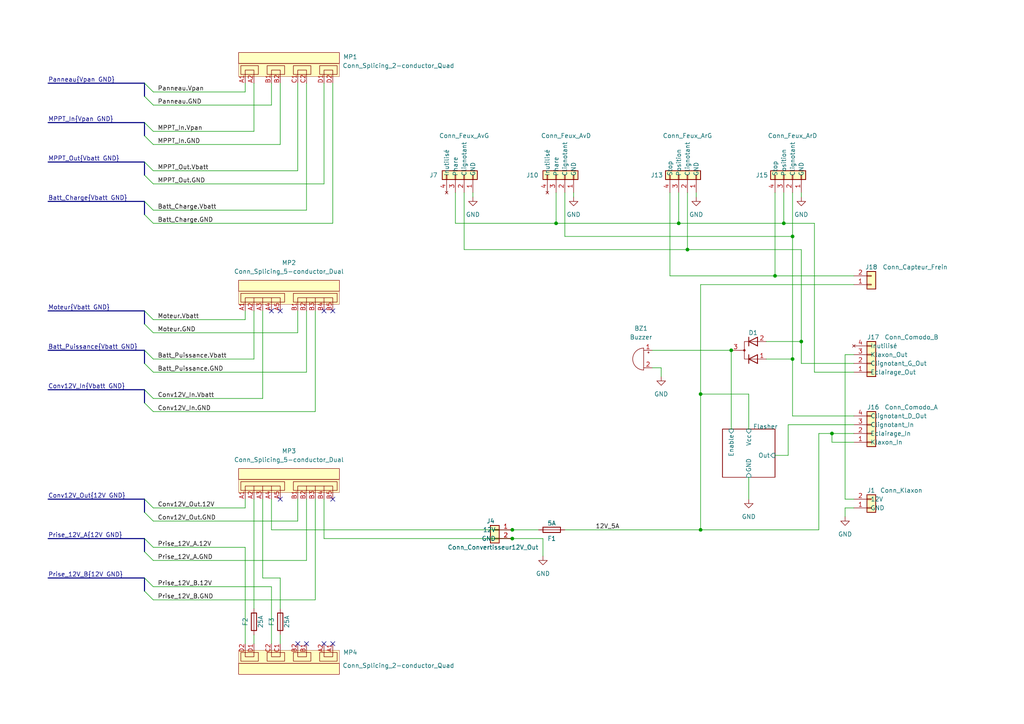
<source format=kicad_sch>
(kicad_sch (version 20211123) (generator eeschema)
  (paper "A4")
  (title_block (title "Boitier électrique vhéliotech") (date "2025-01-08") (company "Vélo solaire pour tous") (comment 1 "Licence CERN-OHL-S version 2"))
  (lib_symbols
    (symbol "Connector_Generic:Conn_01x02" (pin_names (offset 1.016) hide)
      (property "Reference" "J" (at 0 2.54 0))
      (property "Value" "Conn_01x02" (at 0 -5.08 0))
      (symbol "Conn_01x02_1_1"
        (rectangle (start -1.27 -2.413) (end 0 -2.667) (stroke (width 0.1524)))
        (rectangle (start -1.27 0.127) (end 0 -0.127) (stroke (width 0.1524)))
        (rectangle (start -1.27 1.27) (end 1.27 -3.81) (stroke (width 0.254)) (fill (type background)))
        (pin passive line (at -5.08 0 0) (length 3.81) (name "Pin_1") (number "1"))
        (pin passive line (at -5.08 -2.54 0) (length 3.81) (name "Pin_2") (number "2"))
      )
    )
    (symbol "Device:Buzzer" (pin_names (offset 0.0254) hide)
      (property "Reference" "BZ" (at 3.81 1.27 0))
      (property "Value" "Buzzer" (at 3.81 -1.27 0))
      (symbol "Buzzer_0_1"
        (arc (start 0 -3.175) (mid 3.175 0) (end 0 3.175))
        (polyline (pts (xy -1.651 1.905) (xy -1.143 1.905)))
        (polyline (pts (xy -1.397 2.159) (xy -1.397 1.651)))
        (polyline (pts (xy 0 3.175) (xy 0 -3.175)))
      )
      (symbol "Buzzer_1_1"
        (pin passive line (at -2.54 2.54 0) (length 2.54) (name "-") (number "1"))
        (pin passive line (at -2.54 -2.54 0) (length 2.54) (name "+") (number "2"))
      )
    )
    (symbol "Device:D_Dual_CommonCathode_AAK_Parallel" (pin_names (offset 0.762) hide)
      (property "Reference" "D" (at 0 5.08 0))
      (property "Value" "D_Dual_CommonCathode_AAK_Parallel" (at 0 -5.08 0))
      (symbol "D_Dual_CommonCathode_AAK_Parallel_0_0"
        (polyline (pts (xy 0 -1.27) (xy 0 -3.81)) (stroke (width 0.254)))
        (polyline (pts (xy 0 1.27) (xy 0 3.81)) (stroke (width 0.254)))
      )
      (symbol "D_Dual_CommonCathode_AAK_Parallel_0_1"
        (polyline (pts (xy 1.27 0) (xy 2.54 0)))
        (polyline (pts (xy -2.54 -2.54) (xy 1.27 -2.54) (xy 1.27 2.54) (xy -2.54 2.54)))
        (polyline (pts (xy -2.54 -1.27) (xy 0 -2.54) (xy -2.54 -3.81) (xy -2.54 -1.27) (xy -2.54 -1.27) (xy -2.54 -1.27)) (stroke (width 0.254)))
        (polyline (pts (xy -2.54 3.81) (xy 0 2.54) (xy -2.54 1.27) (xy -2.54 3.81) (xy -2.54 3.81) (xy -2.54 3.81)) (stroke (width 0.254)))
        (circle (center 1.27 0) (radius 0.254) (fill (type outline)))
        (pin passive line (at -5.08 2.54 0) (length 2.54) (name "K") (number "1"))
        (pin passive line (at -5.08 -2.54 0) (length 2.54) (name "K") (number "2"))
        (pin passive line (at 5.08 0 180) (length 2.54) (name "A") (number "3"))
      )
    )
    (symbol "circuit:Conn_Comodo_A" (pin_names (offset 1.016))
      (property "Reference" "J" (at 0 5.08 0))
      (property "Value" "Conn_Comodo_A" (at 0 -7.62 0))
      (symbol "Conn_Comodo_A_1_1"
        (rectangle (start -1.27 -4.953) (end 0 -5.207) (stroke (width 0.1524)))
        (rectangle (start -1.27 -2.413) (end 0 -2.667) (stroke (width 0.1524)))
        (rectangle (start -1.27 0.127) (end 0 -0.127) (stroke (width 0.1524)))
        (rectangle (start -1.27 2.667) (end 0 2.413) (stroke (width 0.1524)))
        (rectangle (start -1.27 3.81) (end 1.27 -6.35) (stroke (width 0.254)) (fill (type background)))
        (pin passive line (at -5.08 2.54 0) (length 3.81) (name "Klaxon_In") (number "1"))
        (pin passive line (at -5.08 0 0) (length 3.81) (name "Eclairage_In") (number "2"))
        (pin passive line (at -5.08 -2.54 0) (length 3.81) (name "Clignotant_In") (number "3"))
        (pin passive line (at -5.08 -5.08 0) (length 3.81) (name "Clignotant_D_Out") (number "4"))
      )
    )
    (symbol "circuit:Conn_Comodo_B" (pin_names (offset 1.016))
      (property "Reference" "J" (at 0 5.08 0))
      (property "Value" "Conn_Comodo_B" (at 0 -7.62 0))
      (symbol "Conn_Comodo_B_1_1"
        (rectangle (start -1.27 -4.953) (end 0 -5.207) (stroke (width 0.1524)))
        (rectangle (start -1.27 -2.413) (end 0 -2.667) (stroke (width 0.1524)))
        (rectangle (start -1.27 0.127) (end 0 -0.127) (stroke (width 0.1524)))
        (rectangle (start -1.27 2.667) (end 0 2.413) (stroke (width 0.1524)))
        (rectangle (start -1.27 3.81) (end 1.27 -6.35) (stroke (width 0.254)) (fill (type background)))
        (pin passive line (at -5.08 2.54 0) (length 3.81) (name "Eclairage_Out") (number "1"))
        (pin passive line (at -5.08 0 0) (length 3.81) (name "Clignotant_G_Out") (number "2"))
        (pin passive line (at -5.08 -2.54 0) (length 3.81) (name "Klaxon_Out") (number "3"))
        (pin no_connect line (at -5.08 -5.08 0) (length 3.81) (name "Inutilisé") (number "4"))
      )
    )
    (symbol "circuit:Conn_Convertisseur12V_Out" (pin_names (offset 1.016))
      (property "Reference" "J" (at 0 2.54 0))
      (property "Value" "Conn_Convertisseur12V_Out" (at 0 -5.08 0))
      (symbol "Conn_Convertisseur12V_Out_1_1"
        (rectangle (start -1.27 -2.413) (end 0 -2.667) (stroke (width 0.1524)))
        (rectangle (start -1.27 0.127) (end 0 -0.127) (stroke (width 0.1524)))
        (rectangle (start -1.27 1.27) (end 1.27 -3.81) (stroke (width 0.254)) (fill (type background)))
        (pin power_out line (at -5.08 0 0) (length 3.81) (name "12V") (number "1"))
        (pin power_out line (at -5.08 -2.54 0) (length 3.81) (name "GND") (number "2"))
      )
    )
    (symbol "circuit:Conn_Feux_Arriere" (pin_names (offset 1.016))
      (property "Reference" "J" (at 0 5.08 0))
      (property "Value" "Conn_Feux_Arriere" (at 0 -7.62 0))
      (symbol "Conn_Feux_Arriere_1_1"
        (rectangle (start -1.27 -4.953) (end 0 -5.207) (stroke (width 0.1524)))
        (rectangle (start -1.27 -2.413) (end 0 -2.667) (stroke (width 0.1524)))
        (rectangle (start -1.27 0.127) (end 0 -0.127) (stroke (width 0.1524)))
        (rectangle (start -1.27 2.667) (end 0 2.413) (stroke (width 0.1524)))
        (rectangle (start -1.27 3.81) (end 1.27 -6.35) (stroke (width 0.254)) (fill (type background)))
        (pin power_in line (at -5.08 2.54 0) (length 3.81) (name "GND") (number "1"))
        (pin passive line (at -5.08 0 0) (length 3.81) (name "Clignotant") (number "2"))
        (pin passive line (at -5.08 -2.54 0) (length 3.81) (name "Position") (number "3"))
        (pin passive line (at -5.08 -5.08 0) (length 3.81) (name "Stop") (number "4"))
      )
    )
    (symbol "circuit:Conn_Feux_Avant" (pin_names (offset 1.016))
      (property "Reference" "J" (at 0 5.08 0))
      (property "Value" "Conn_Feux_Avant" (at 0 -7.62 0))
      (symbol "Conn_Feux_Avant_1_1"
        (rectangle (start -1.27 -4.953) (end 0 -5.207) (stroke (width 0.1524)))
        (rectangle (start -1.27 -2.413) (end 0 -2.667) (stroke (width 0.1524)))
        (rectangle (start -1.27 0.127) (end 0 -0.127) (stroke (width 0.1524)))
        (rectangle (start -1.27 2.667) (end 0 2.413) (stroke (width 0.1524)))
        (rectangle (start -1.27 3.81) (end 1.27 -6.35) (stroke (width 0.254)) (fill (type background)))
        (pin power_in line (at -5.08 2.54 0) (length 3.81) (name "GND") (number "1"))
        (pin passive line (at -5.08 0 0) (length 3.81) (name "Clignotant") (number "2"))
        (pin passive line (at -5.08 -2.54 0) (length 3.81) (name "Phare") (number "3"))
        (pin no_connect line (at -5.08 -5.08 0) (length 3.81) (name "Inutilisé") (number "4"))
      )
    )
    (symbol "circuit:Conn_Klaxon" (pin_names (offset 1.016))
      (property "Reference" "J" (at 0 2.54 0))
      (property "Value" "Conn_Klaxon" (at 0 -5.08 0))
      (symbol "Conn_Klaxon_1_1"
        (rectangle (start -1.27 -2.413) (end 0 -2.667) (stroke (width 0.1524)))
        (rectangle (start -1.27 0.127) (end 0 -0.127) (stroke (width 0.1524)))
        (rectangle (start -1.27 1.27) (end 1.27 -3.81) (stroke (width 0.254)) (fill (type background)))
        (pin power_in line (at -5.08 0 0) (length 3.81) (name "GND") (number "1"))
        (pin passive line (at -5.08 -2.54 0) (length 3.81) (name "12V") (number "2"))
      )
    )
    (symbol "circuit:Conn_Splicing_2-conductor_Quad"
      (property "Reference" "MP" (at 0.635 11.43 0))
      (property "Value" "Conn_Splicing_2-conductor_Quad" (at 1.27 -21.59 0))
      (symbol "Conn_Splicing_2-conductor_Quad_0_1"
        (rectangle (start -3.175 9.525) (end 0.635 -19.685) (stroke (width 0.01)) (fill (type background)))
        (rectangle (start -2.54 -13.97) (end 0 -19.05))
        (rectangle (start -2.54 -6.35) (end 0 -11.43))
        (rectangle (start -2.54 1.27) (end 0 -3.81))
        (rectangle (start -2.54 8.89) (end 0 3.81))
        (polyline (pts (xy -2.54 -15.24) (xy -1.27 -15.24) (xy -1.27 -17.78) (xy -2.54 -17.78)))
        (polyline (pts (xy -2.54 -7.62) (xy -1.27 -7.62) (xy -1.27 -10.16) (xy -2.54 -10.16)))
        (polyline (pts (xy -2.54 0) (xy -1.27 0) (xy -1.27 -2.54) (xy -2.54 -2.54)))
        (polyline (pts (xy -2.54 7.62) (xy -1.27 7.62) (xy -1.27 5.08) (xy -2.54 5.08)))
        (rectangle (start 0.635 9.525) (end 3.81 -19.685) (fill (type background)))
      )
      (symbol "Conn_Splicing_2-conductor_Quad_1_1"
        (pin passive line (at -5.08 7.62 0) (length 2.54) (name "") (number "A1"))
        (pin passive line (at -5.08 5.08 0) (length 2.54) (name "") (number "A2"))
        (pin passive line (at -5.08 0 0) (length 2.54) (name "") (number "B1"))
        (pin passive line (at -5.08 -2.54 0) (length 2.54) (name "") (number "B2"))
        (pin passive line (at -5.08 -7.62 0) (length 2.54) (name "") (number "C1"))
        (pin passive line (at -5.08 -10.16 0) (length 2.54) (name "") (number "C2"))
        (pin passive line (at -5.08 -15.24 0) (length 2.54) (name "") (number "D1"))
        (pin passive line (at -5.08 -17.78 0) (length 2.54) (name "") (number "D2"))
      )
    )
    (symbol "circuit:Conn_Splicing_5-conductor_Dual"
      (property "Reference" "MP" (at 0.635 11.43 0))
      (property "Value" "Conn_Splicing_5-conductor_Dual" (at 1.27 -21.59 0))
      (symbol "Conn_Splicing_5-conductor_Dual_0_1"
        (rectangle (start -3.175 9.525) (end 0.635 -19.685) (stroke (width 0.01)) (fill (type background)))
        (rectangle (start -2.54 -6.35) (end 0 -19.05))
        (rectangle (start -2.54 8.89) (end 0 -3.81))
        (polyline (pts (xy -1.27 -15.24) (xy -2.54 -15.24)))
        (polyline (pts (xy -1.27 -12.7) (xy -2.54 -12.7)))
        (polyline (pts (xy -1.27 -10.16) (xy -2.54 -10.16)))
        (polyline (pts (xy -1.27 0) (xy -2.54 0)))
        (polyline (pts (xy -1.27 2.54) (xy -2.54 2.54)))
        (polyline (pts (xy -1.27 5.08) (xy -2.54 5.08)))
        (polyline (pts (xy -2.54 -7.62) (xy -1.27 -7.62) (xy -1.27 -17.78) (xy -2.54 -17.78)))
        (polyline (pts (xy -2.54 7.62) (xy -1.27 7.62) (xy -1.27 -2.54) (xy -2.54 -2.54)))
        (rectangle (start 0.635 9.525) (end 3.81 -19.685) (fill (type background)))
      )
      (symbol "Conn_Splicing_5-conductor_Dual_1_1"
        (pin passive line (at -5.08 7.62 0) (length 2.54) (name "") (number "A1"))
        (pin passive line (at -5.08 5.08 0) (length 2.54) (name "") (number "A2"))
        (pin passive line (at -5.08 2.54 0) (length 2.54) (name "") (number "A3"))
        (pin passive line (at -5.08 0 0) (length 2.54) (name "") (number "A4"))
        (pin passive line (at -5.08 -2.54 0) (length 2.54) (name "") (number "A5"))
        (pin passive line (at -5.08 -7.62 0) (length 2.54) (name "") (number "B1"))
        (pin passive line (at -5.08 -10.16 0) (length 2.54) (name "") (number "B2"))
        (pin passive line (at -5.08 -12.7 0) (length 2.54) (name "") (number "B3"))
        (pin passive line (at -5.08 -15.24 0) (length 2.54) (name "") (number "B4"))
        (pin passive line (at -5.08 -17.78 0) (length 2.54) (name "") (number "B5"))
      )
    )
    (symbol "circuit:Fuse" (pin_numbers hide) (pin_names (offset 0))
      (property "Reference" "F" (at 2.032 0 90))
      (property "Value" "Fuse" (at -1.905 0 90))
      (symbol "Fuse_0_1"
        (rectangle (start -0.762 -2.54) (end 0.762 2.54) (stroke (width 0.254)))
        (polyline (pts (xy 0 2.54) (xy 0 -2.54)))
      )
      (symbol "Fuse_1_1"
        (pin passive line (at 0 3.81 270) (length 1.27) (name "~") (number "1"))
        (pin passive line (at 0 -3.81 90) (length 1.27) (name "~") (number "2"))
      )
    )
    (symbol "power:GND" (power) (pin_names (offset 0))
      (property "Value" "GND" (at 0 -3.81 0))
      (symbol "GND_0_1"
        (polyline (pts (xy 0 0) (xy 0 -1.27) (xy 1.27 -1.27) (xy 0 -2.54) (xy -1.27 -1.27) (xy 0 -1.27)))
      )
      (symbol "GND_1_1"
        (pin power_in line (at 0 0 270) (length 0) hide (name "GND") (number "1"))
      )
    )
  )
  (junction (at 148.59 156.21))
  (junction (at 199.39 72.39))
  (junction (at 161.29 64.77))
  (junction (at 196.85 64.77))
  (junction (at 224.79 80.01))
  (junction (at 241.3 125.73))
  (junction (at 229.87 104.14))
  (junction (at 212.09 101.6))
  (junction (at 203.2 114.3))
  (junction (at 227.33 64.77))
  (junction (at 229.87 68.58))
  (junction (at 203.2 153.67))
  (junction (at 148.59 153.67))
  (junction (at 232.41 99.06))
  (no_connect (at 96.52 186.69))
  (no_connect (at 93.98 90.17))
  (no_connect (at 96.52 144.78))
  (no_connect (at 96.52 90.17))
  (no_connect (at 78.74 90.17))
  (no_connect (at 88.9 186.69))
  (no_connect (at 93.98 186.69))
  (no_connect (at 86.36 186.69))
  (no_connect (at 81.28 144.78))
  (no_connect (at 81.28 90.17))
  (bus_entry (at 41.91 35.56) (size 2.54 2.54))
  (bus_entry (at 41.91 105.41) (size 2.54 2.54))
  (bus_entry (at 41.91 144.78) (size 2.54 2.54))
  (bus_entry (at 41.91 58.42) (size 2.54 2.54))
  (bus_entry (at 41.91 116.84) (size 2.54 2.54))
  (bus_entry (at 41.91 62.23) (size 2.54 2.54))
  (bus_entry (at 41.91 24.13) (size 2.54 2.54))
  (bus_entry (at 41.91 50.8) (size 2.54 2.54))
  (bus_entry (at 41.91 167.64) (size 2.54 2.54))
  (bus_entry (at 41.91 46.99) (size 2.54 2.54))
  (bus_entry (at 41.91 156.21) (size 2.54 2.54))
  (bus_entry (at 41.91 93.98) (size 2.54 2.54))
  (bus_entry (at 41.91 113.03) (size 2.54 2.54))
  (bus_entry (at 41.91 171.45) (size 2.54 2.54))
  (bus_entry (at 41.91 90.17) (size 2.54 2.54))
  (bus_entry (at 41.91 148.59) (size 2.54 2.54))
  (bus_entry (at 41.91 27.94) (size 2.54 2.54))
  (bus_entry (at 41.91 160.02) (size 2.54 2.54))
  (bus_entry (at 41.91 101.6) (size 2.54 2.54))
  (bus_entry (at 41.91 39.37) (size 2.54 2.54))
  (wire (pts (xy 189.23 101.6) (xy 212.09 101.6)))
  (wire (pts (xy 217.17 138.43) (xy 217.17 144.78)))
  (wire (pts (xy 71.12 147.32) (xy 71.12 144.78)))
  (wire (pts (xy 247.65 147.32) (xy 245.11 147.32)))
  (bus (pts (xy 41.91 35.56) (xy 41.91 39.37)))
  (wire (pts (xy 88.9 162.56) (xy 88.9 144.78)))
  (wire (pts (xy 228.6 123.19) (xy 228.6 132.08)))
  (wire (pts (xy 222.25 99.06) (xy 232.41 99.06)))
  (wire (pts (xy 161.29 64.77) (xy 132.08 64.77)))
  (bus (pts (xy 13.97 24.13) (xy 41.91 24.13)))
  (wire (pts (xy 44.45 162.56) (xy 88.9 162.56)))
  (bus (pts (xy 41.91 144.78) (xy 41.91 148.59)))
  (wire (pts (xy 44.45 158.75) (xy 71.12 158.75)))
  (wire (pts (xy 227.33 55.88) (xy 227.33 64.77)))
  (wire (pts (xy 44.45 170.18) (xy 78.74 170.18)))
  (wire (pts (xy 199.39 55.88) (xy 199.39 72.39)))
  (wire (pts (xy 88.9 60.96) (xy 88.9 24.13)))
  (wire (pts (xy 229.87 68.58) (xy 163.83 68.58)))
  (wire (pts (xy 44.45 147.32) (xy 71.12 147.32)))
  (wire (pts (xy 73.66 144.78) (xy 73.66 176.53)))
  (wire (pts (xy 237.49 153.67) (xy 237.49 125.73)))
  (wire (pts (xy 81.28 167.64) (xy 81.28 176.53)))
  (wire (pts (xy 44.45 30.48) (xy 78.74 30.48)))
  (wire (pts (xy 137.16 55.88) (xy 137.16 57.15)))
  (wire (pts (xy 161.29 55.88) (xy 161.29 64.77)))
  (wire (pts (xy 241.3 128.27) (xy 241.3 125.73)))
  (wire (pts (xy 44.45 26.67) (xy 71.12 26.67)))
  (wire (pts (xy 71.12 92.71) (xy 71.12 90.17)))
  (wire (pts (xy 245.11 144.78) (xy 247.65 144.78)))
  (wire (pts (xy 86.36 96.52) (xy 86.36 90.17)))
  (wire (pts (xy 247.65 120.65) (xy 229.87 120.65)))
  (wire (pts (xy 91.44 173.99) (xy 91.44 144.78)))
  (bus (pts (xy 13.97 144.78) (xy 41.91 144.78)))
  (wire (pts (xy 78.74 186.69) (xy 78.74 170.18)))
  (bus (pts (xy 13.97 156.21) (xy 41.91 156.21)))
  (wire (pts (xy 203.2 114.3) (xy 217.17 114.3)))
  (bus (pts (xy 13.97 58.42) (xy 41.91 58.42)))
  (bus (pts (xy 13.97 35.56) (xy 41.91 35.56)))
  (wire (pts (xy 245.11 102.87) (xy 245.11 144.78)))
  (wire (pts (xy 73.66 184.15) (xy 73.66 186.69)))
  (wire (pts (xy 203.2 114.3) (xy 203.2 153.67)))
  (wire (pts (xy 224.79 80.01) (xy 224.79 55.88)))
  (wire (pts (xy 148.59 156.21) (xy 157.48 156.21)))
  (wire (pts (xy 163.83 153.67) (xy 203.2 153.67)))
  (wire (pts (xy 191.77 109.22) (xy 191.77 106.68)))
  (wire (pts (xy 201.93 55.88) (xy 201.93 57.15)))
  (wire (pts (xy 236.22 64.77) (xy 236.22 107.95)))
  (wire (pts (xy 81.28 184.15) (xy 81.28 186.69)))
  (wire (pts (xy 78.74 30.48) (xy 78.74 24.13)))
  (wire (pts (xy 78.74 153.67) (xy 78.74 144.78)))
  (wire (pts (xy 44.45 53.34) (xy 93.98 53.34)))
  (wire (pts (xy 194.31 80.01) (xy 194.31 55.88)))
  (wire (pts (xy 229.87 104.14) (xy 229.87 120.65)))
  (wire (pts (xy 228.6 123.19) (xy 247.65 123.19)))
  (wire (pts (xy 134.62 72.39) (xy 134.62 55.88)))
  (wire (pts (xy 245.11 102.87) (xy 247.65 102.87)))
  (wire (pts (xy 222.25 104.14) (xy 229.87 104.14)))
  (bus (pts (xy 13.97 113.03) (xy 41.91 113.03)))
  (bus (pts (xy 41.91 101.6) (xy 41.91 105.41)))
  (bus (pts (xy 41.91 46.99) (xy 41.91 50.8)))
  (wire (pts (xy 88.9 107.95) (xy 88.9 90.17)))
  (wire (pts (xy 212.09 101.6) (xy 212.09 124.46)))
  (bus (pts (xy 41.91 24.13) (xy 41.91 27.94)))
  (wire (pts (xy 86.36 151.13) (xy 86.36 144.78)))
  (wire (pts (xy 44.45 107.95) (xy 88.9 107.95)))
  (wire (pts (xy 76.2 144.78) (xy 76.2 167.64)))
  (wire (pts (xy 232.41 99.06) (xy 232.41 105.41)))
  (wire (pts (xy 203.2 82.55) (xy 247.65 82.55)))
  (wire (pts (xy 86.36 49.53) (xy 86.36 24.13)))
  (wire (pts (xy 148.59 153.67) (xy 78.74 153.67)))
  (wire (pts (xy 44.45 41.91) (xy 81.28 41.91)))
  (wire (pts (xy 237.49 125.73) (xy 241.3 125.73)))
  (wire (pts (xy 76.2 115.57) (xy 76.2 90.17)))
  (wire (pts (xy 161.29 64.77) (xy 196.85 64.77)))
  (wire (pts (xy 196.85 55.88) (xy 196.85 64.77)))
  (wire (pts (xy 93.98 156.21) (xy 93.98 144.78)))
  (wire (pts (xy 81.28 41.91) (xy 81.28 24.13)))
  (wire (pts (xy 203.2 82.55) (xy 203.2 114.3)))
  (bus (pts (xy 41.91 167.64) (xy 41.91 171.45)))
  (wire (pts (xy 44.45 119.38) (xy 91.44 119.38)))
  (wire (pts (xy 73.66 104.14) (xy 73.66 90.17)))
  (wire (pts (xy 44.45 64.77) (xy 96.52 64.77)))
  (wire (pts (xy 241.3 125.73) (xy 247.65 125.73)))
  (wire (pts (xy 44.45 151.13) (xy 86.36 151.13)))
  (wire (pts (xy 199.39 72.39) (xy 134.62 72.39)))
  (wire (pts (xy 247.65 128.27) (xy 241.3 128.27)))
  (wire (pts (xy 44.45 49.53) (xy 86.36 49.53)))
  (wire (pts (xy 91.44 119.38) (xy 91.44 90.17)))
  (wire (pts (xy 44.45 115.57) (xy 76.2 115.57)))
  (wire (pts (xy 157.48 156.21) (xy 157.48 161.29)))
  (wire (pts (xy 232.41 72.39) (xy 232.41 99.06)))
  (wire (pts (xy 245.11 147.32) (xy 245.11 149.86)))
  (wire (pts (xy 73.66 38.1) (xy 73.66 24.13)))
  (wire (pts (xy 203.2 153.67) (xy 237.49 153.67)))
  (wire (pts (xy 224.79 80.01) (xy 194.31 80.01)))
  (wire (pts (xy 163.83 68.58) (xy 163.83 55.88)))
  (wire (pts (xy 44.45 92.71) (xy 71.12 92.71)))
  (wire (pts (xy 71.12 26.67) (xy 71.12 24.13)))
  (wire (pts (xy 224.79 80.01) (xy 247.65 80.01)))
  (bus (pts (xy 13.97 167.64) (xy 41.91 167.64)))
  (wire (pts (xy 236.22 107.95) (xy 247.65 107.95)))
  (wire (pts (xy 44.45 60.96) (xy 88.9 60.96)))
  (wire (pts (xy 44.45 96.52) (xy 86.36 96.52)))
  (bus (pts (xy 41.91 90.17) (xy 41.91 93.98)))
  (wire (pts (xy 229.87 68.58) (xy 229.87 104.14)))
  (wire (pts (xy 44.45 173.99) (xy 91.44 173.99)))
  (wire (pts (xy 96.52 64.77) (xy 96.52 24.13)))
  (bus (pts (xy 13.97 46.99) (xy 41.91 46.99)))
  (bus (pts (xy 13.97 101.6) (xy 41.91 101.6)))
  (wire (pts (xy 199.39 72.39) (xy 232.41 72.39)))
  (bus (pts (xy 41.91 58.42) (xy 41.91 62.23)))
  (wire (pts (xy 229.87 55.88) (xy 229.87 68.58)))
  (wire (pts (xy 166.37 55.88) (xy 166.37 57.15)))
  (wire (pts (xy 44.45 104.14) (xy 73.66 104.14)))
  (bus (pts (xy 41.91 156.21) (xy 41.91 160.02)))
  (wire (pts (xy 224.79 132.08) (xy 228.6 132.08)))
  (bus (pts (xy 13.97 90.17) (xy 41.91 90.17)))
  (wire (pts (xy 191.77 106.68) (xy 189.23 106.68)))
  (wire (pts (xy 232.41 105.41) (xy 247.65 105.41)))
  (wire (pts (xy 232.41 55.88) (xy 232.41 57.15)))
  (wire (pts (xy 44.45 38.1) (xy 73.66 38.1)))
  (wire (pts (xy 217.17 114.3) (xy 217.17 124.46)))
  (wire (pts (xy 196.85 64.77) (xy 227.33 64.77)))
  (wire (pts (xy 76.2 167.64) (xy 81.28 167.64)))
  (wire (pts (xy 148.59 156.21) (xy 93.98 156.21)))
  (wire (pts (xy 227.33 64.77) (xy 236.22 64.77)))
  (bus (pts (xy 41.91 113.03) (xy 41.91 116.84)))
  (wire (pts (xy 71.12 186.69) (xy 71.12 158.75)))
  (wire (pts (xy 148.59 153.67) (xy 156.21 153.67)))
  (wire (pts (xy 132.08 64.77) (xy 132.08 55.88)))
  (wire (pts (xy 93.98 53.34) (xy 93.98 24.13)))
  (label "Panneau.Vpan" (at 45.72 26.67 0))
  (label "Panneau.GND" (at 45.72 30.48 0))
  (label "Conv12V_In.Vbatt" (at 45.72 115.57 0))
  (label "Batt_Charge{Vbatt GND}" (at 13.97 58.42 0))
  (label "MPPT_Out{Vbatt GND}" (at 13.97 46.99 0))
  (label "Moteur.GND" (at 45.72 96.52 0))
  (label "Batt_Puissance.Vbatt" (at 45.72 104.14 0))
  (label "Panneau{Vpan GND}" (at 13.97 24.13 0))
  (label "Moteur.Vbatt" (at 45.72 92.71 0))
  (label "Conv12V_Out.GND" (at 45.72 151.13 0))
  (label "Batt_Charge.GND" (at 45.72 64.77 0))
  (label "Conv12V_Out{12V GND}" (at 13.97 144.78 0))
  (label "MPPT_In{Vpan GND}" (at 13.97 35.56 0))
  (label "Batt_Charge.Vbatt" (at 45.72 60.96 0))
  (label "Prise_12V_B{12V GND}" (at 13.97 167.64 0))
  (label "Conv12V_In{Vbatt GND}" (at 13.97 113.03 0))
  (label "Prise_12V_A.GND" (at 45.72 162.56 0))
  (label "MPPT_In.GND" (at 45.72 41.91 0))
  (label "12V_5A" (at 172.72 153.67 0))
  (label "Batt_Puissance.GND" (at 45.72 107.95 0))
  (label "Conv12V_In.GND" (at 45.72 119.38 0))
  (label "Batt_Puissance{Vbatt GND}" (at 13.97 101.6 0))
  (label "Prise_12V_A.12V" (at 45.72 158.75 0))
  (label "Moteur{Vbatt GND}" (at 13.97 90.17 0))
  (label "Prise_12V_A{12V GND}" (at 13.97 156.21 0))
  (label "Prise_12V_B.12V" (at 45.72 170.18 0))
  (label "MPPT_Out.GND" (at 45.72 53.34 0))
  (label "MPPT_Out.Vbatt" (at 45.72 49.53 0))
  (label "MPPT_In.Vpan" (at 45.72 38.1 0))
  (label "Conv12V_Out.12V" (at 45.72 147.32 0))
  (label "Prise_12V_B.GND" (at 45.72 173.99 0))
  (symbol (lib_id "power:GND") (at 245.11 149.86 0) (unit 1)
    (property "Reference" "#PWR0102" (effects hide))
    (property "Value" "GND" (at 245.11 154.94 0))
  )
  (symbol (lib_id "power:GND") (at 157.48 161.29 0) (unit 1)
    (property "Reference" "#PWR0107" (effects hide))
    (property "Value" "GND" (at 157.48 166.37 0))
  )
  (symbol (lib_id "circuit:Conn_Feux_Avant") (at 163.83 50.8 270) (mirror x) (unit 1)
    (property "Reference" "J10" (at 156.21 50.8 90) (effects (justify right)))
    (property "Value" "Conn_Feux_AvD" (at 171.45 39.37 90) (effects (justify right)))
    (property "Footprint" "circuit:Generic_HeaderSocket_1x04_P5.08mm_Vertical_Open" (effects hide))
  )
  (symbol (lib_id "circuit:Fuse") (at 73.66 180.34 180) (unit 1) (on_board no)
    (property "Reference" "F2" (at 71.12 180.34 90))
    (property "Value" "25A" (at 75.565 180.34 90))
    (property "Footprint" "circuit:Littelfuse_FuseHolder_FL1_178.6764.0001" (effects hide))
  )
  (symbol (lib_id "circuit:Conn_Klaxon") (at 252.73 147.32 0) (mirror x) (unit 1)
    (property "Reference" "J1" (at 251.46 142.24 0) (effects (justify left)))
    (property "Value" "Conn_Klaxon" (at 255.27 142.24 0) (effects (justify left)))
    (property "Footprint" "circuit:Generic_HeaderSocket_1x02_P5.08mm_Vertical_Open" (effects hide))
  )
  (symbol (lib_id "power:GND") (at 232.41 57.15 0) (unit 1)
    (property "Reference" "#PWR0103" (effects hide))
    (property "Value" "GND" (at 232.41 62.23 0))
  )
  (symbol (lib_id "circuit:Conn_Splicing_5-conductor_Dual") (at 78.74 85.09 90) (unit 1)
    (property "Reference" "MP2" (at 83.82 76.2 90))
    (property "Value" "Conn_Splicing_5-conductor_Dual" (at 83.82 78.74 90))
    (property "Footprint" "circuit:Wago_221-500_SplicingConnectorHolder" (effects hide))
  )
  (symbol (lib_id "circuit:Conn_Feux_Arriere") (at 199.39 50.8 270) (mirror x) (unit 1)
    (property "Reference" "J13" (at 190.5 50.8 90))
    (property "Value" "Conn_Feux_ArG" (at 199.39 39.37 90))
    (property "Footprint" "circuit:Generic_HeaderSocket_1x04_P5.08mm_Vertical_Open" (effects hide))
  )
  (symbol (lib_id "Device:Buzzer") (at 186.69 104.14 0) (mirror y) (unit 1)
    (property "Reference" "BZ1" (at 185.928 95.25 0))
    (property "Value" "Buzzer" (at 185.928 97.79 0))
    (property "Footprint" "Buzzer_Beeper:Buzzer_15x7.5RM7.6" (effects hide))
  )
  (symbol (lib_id "circuit:Conn_Convertisseur12V_Out") (at 143.51 153.67 0) (mirror y) (unit 1)
    (property "Reference" "J4" (at 143.51 151.13 0) (effects (justify left)))
    (property "Value" "Conn_Convertisseur12V_Out" (at 156.21 158.75 0) (effects (justify left)))
    (property "Footprint" "circuit:Generic_HeaderSocket_1x02_P5.08mm_Vertical_Open" (effects hide))
  )
  (symbol (lib_id "circuit:Conn_Splicing_2-conductor_Quad") (at 78.74 19.05 90) (unit 1)
    (property "Reference" "MP1" (at 101.6 16.51 90))
    (property "Value" "Conn_Splicing_2-conductor_Quad" (at 115.57 19.05 90))
    (property "Footprint" "circuit:Wago_221-500_SplicingConnectorHolder" (effects hide))
  )
  (symbol (lib_id "circuit:Conn_Comodo_A") (at 252.73 125.73 0) (mirror x) (unit 1)
    (property "Reference" "J16" (at 251.46 118.11 0) (effects (justify left)))
    (property "Value" "Conn_Comodo_A" (at 256.54 118.11 0) (effects (justify left)))
    (property "Footprint" "circuit:Generic_HeaderSocket_1x04_P5.08mm_Vertical_Open" (effects hide))
  )
  (symbol (lib_id "circuit:Conn_Splicing_5-conductor_Dual") (at 78.74 139.7 90) (unit 1)
    (property "Reference" "MP3" (at 83.82 130.81 90))
    (property "Value" "Conn_Splicing_5-conductor_Dual" (at 83.82 133.35 90))
    (property "Footprint" "circuit:Wago_221-500_SplicingConnectorHolder" (effects hide))
  )
  (symbol (lib_id "power:GND") (at 191.77 109.22 0) (unit 1)
    (property "Reference" "#PWR01" (effects hide))
    (property "Value" "GND" (at 191.77 114.3 0))
  )
  (symbol (lib_id "circuit:Conn_Comodo_B") (at 252.73 105.41 0) (mirror x) (unit 1)
    (property "Reference" "J17" (at 251.46 97.79 0) (effects (justify left)))
    (property "Value" "Conn_Comodo_B" (at 256.54 97.79 0) (effects (justify left)))
    (property "Footprint" "circuit:Generic_HeaderSocket_1x04_P5.08mm_Vertical_Open" (effects hide))
  )
  (symbol (lib_id "circuit:Fuse") (at 160.02 153.67 270) (unit 1)
    (property "Reference" "F1" (at 160.02 156.21 90))
    (property "Value" "5A" (at 160.02 151.765 90))
    (property "Footprint" "circuit:Littelfuse_FuseHolder_FL1_178.6764.0001" (effects hide))
  )
  (symbol (lib_id "circuit:Fuse") (at 81.28 180.34 180) (unit 1) (on_board no)
    (property "Reference" "F3" (at 78.74 180.34 90))
    (property "Value" "25A" (at 83.185 180.34 90))
    (property "Footprint" "circuit:Littelfuse_FuseHolder_FL1_178.6764.0001" (effects hide))
  )
  (symbol (lib_id "power:GND") (at 201.93 57.15 0) (unit 1)
    (property "Reference" "#PWR0104" (effects hide))
    (property "Value" "GND" (at 201.93 62.23 0))
  )
  (symbol (lib_id "circuit:Conn_Feux_Arriere") (at 229.87 50.8 270) (mirror x) (unit 1)
    (property "Reference" "J15" (at 220.98 50.8 90))
    (property "Value" "Conn_Feux_ArD" (at 229.87 39.37 90))
    (property "Footprint" "circuit:Generic_HeaderSocket_1x04_P5.08mm_Vertical_Open" (effects hide))
  )
  (symbol (lib_id "circuit:Conn_Feux_Avant") (at 134.62 50.8 270) (mirror x) (unit 1)
    (property "Reference" "J7" (at 125.73 50.8 90))
    (property "Value" "Conn_Feux_AvG" (at 134.62 39.37 90))
    (property "Footprint" "circuit:Generic_HeaderSocket_1x04_P5.08mm_Vertical_Open" (effects hide))
  )
  (symbol (lib_id "power:GND") (at 166.37 57.15 0) (unit 1)
    (property "Reference" "#PWR0105" (effects hide))
    (property "Value" "GND" (at 166.37 62.23 0))
  )
  (symbol (lib_id "Device:D_Dual_CommonCathode_AAK_Parallel") (at 217.17 101.6 180) (unit 1)
    (property "Reference" "D1" (at 218.44 96.52 0))
    (property "Value" "D_Dual_CommonCathode_AAK_Parallel" (effects hide))
    (property "Footprint" "Package_TO_SOT_THT:TO-220-3_Vertical" (effects hide))
  )
  (symbol (lib_id "Connector_Generic:Conn_01x02") (at 252.73 82.55 0) (mirror x) (unit 1)
    (property "Reference" "J18" (at 252.73 77.47 0))
    (property "Value" "Conn_Capteur_Frein" (at 265.43 77.47 0))
    (property "Footprint" "circuit:Generic_HeaderSocket_1x02_P5.08mm_Vertical_Open" (effects hide))
  )
  (symbol (lib_id "power:GND") (at 137.16 57.15 0) (unit 1)
    (property "Reference" "#PWR0106" (effects hide))
    (property "Value" "GND" (at 137.16 62.23 0))
  )
  (symbol (lib_id "circuit:Conn_Splicing_2-conductor_Quad") (at 88.9 191.77 270) (unit 1)
    (property "Reference" "MP4" (at 101.6 189.23 90))
    (property "Value" "Conn_Splicing_2-conductor_Quad" (at 115.57 193.04 90))
    (property "Footprint" "circuit:Wago_221-500_SplicingConnectorHolder" (effects hide))
  )
  (symbol (lib_id "power:GND") (at 217.17 144.78 0) (unit 1)
    (property "Reference" "#PWR0101" (effects hide))
    (property "Value" "GND" (at 217.17 149.86 0))
  )
  (sheet (at 209.55 124.46) (size 15.24 13.97) (stroke (width 0.1524))
    (property "Sheet name" "Flasher" (at 218.44 124.46 0) (effects (justify left bottom)))
    (property "Sheet file" "flasher.kicad_sch" (effects hide))
    (pin "Vcc" input (at 217.17 124.46 90))
    (pin "GND" input (at 217.17 138.43 270))
    (pin "Out" input (at 224.79 132.08 0))
    (pin "Enable" input (at 212.09 124.46 90))
  )
)
</source>
